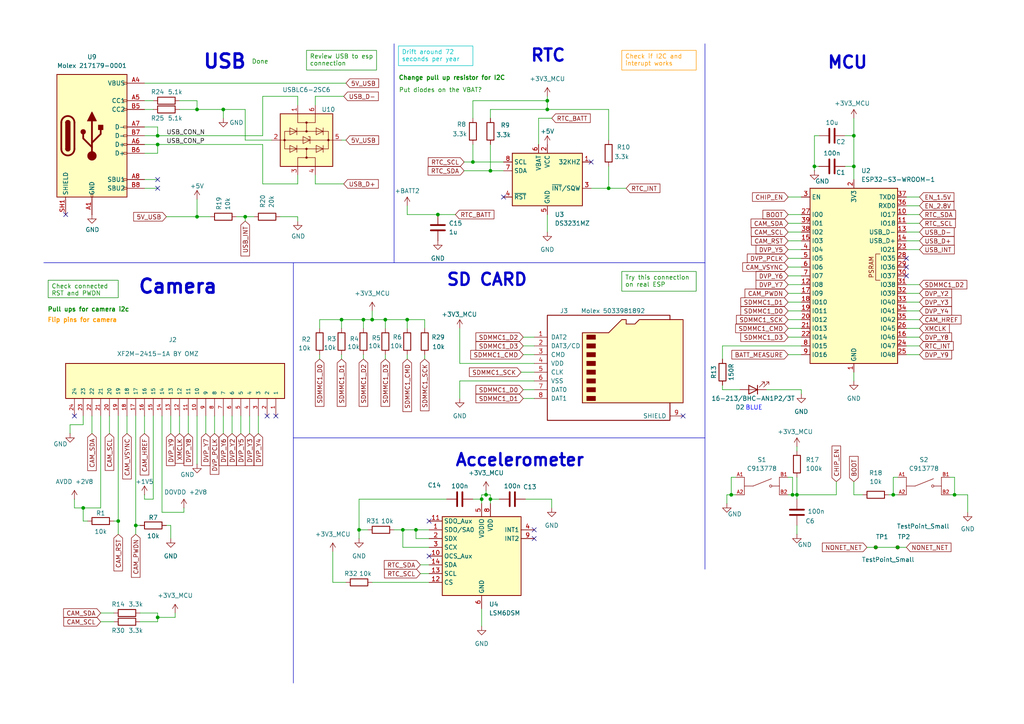
<source format=kicad_sch>
(kicad_sch (version 20250114) (generator "eeschema") (generator_version "9.0")
  (paper "A4")
  (text "BLUE" (at 218.694 118.364 0) (effects (font (size 1.27 1.27))))
  (text "Accelerometer" (at 131.826 135.636 0) (effects (font (size 3.5 3.5) (thickness 0.7) (bold yes)) (justify left bottom)))
  (text "Done\n" (at 75.438 18.034 0) (effects (font (size 1.27 1.27))))
  (text "Change pull up resistor for I2C\n" (at 131.064 22.733 0) (effects (font (size 1.27 1.27) (thickness 0.254) (bold yes))))
  (text "Pull ups for camera i2c" (at 25.654 89.916 0) (effects (font (size 1.27 1.27) (thickness 0.254) (bold yes))))
  (text "SD CARD" (at 129.286 83.312 0) (effects (font (size 3.5 3.5) (thickness 0.7) (bold yes)) (justify left bottom)))
  (text "MCU" (at 239.776 20.32 0) (effects (font (size 3.5 3.5) (thickness 0.7) (bold yes)) (justify left bottom)))
  (text "Flip pins for camera\n" (at 23.876 92.964 0) (effects (font (size 1.27 1.27) (thickness 0.254) (bold yes))))
  (text "USB\n" (at 58.674 20.32 0) (effects (font (size 3.9878 3.9878) (thickness 0.7976) (bold yes)) (justify left bottom)))
  (text "Camera" (at 39.878 85.598 0) (effects (font (size 3.9878 3.9878) (thickness 0.7976) (bold yes)) (justify left bottom)))
  (text "RTC" (at 153.67 18.288 0) (effects (font (size 3.5 3.5) (thickness 0.7) (bold yes)) (justify left bottom)))
  (text "Put diodes on the VBAT?\n" (at 127.762 26.289 0) (effects (font (size 1.27 1.27))))
  (text_box "Drift around 72 seconds per year" (at 115.57 13.335 0) (size 21.59 5.715) (margins 0.9525 0.9525 0.9525 0.9525) (stroke (width 0) (color 0 194 194 1)) (effects (font (size 1.27 1.27)) (justify left top)))
  (text_box "Try this connection on real ESP" (at 180.34 78.74 0) (size 21.59 5.715) (margins 0.9525 0.9525 0.9525 0.9525) (stroke (width 0) (color 0 132 0 1)) (effects (font (size 1.27 1.27)) (justify left top)))
  (text_box "Check if I2C and interupt works" (at 180.34 14.605 0) (size 21.59 5.715) (margins 0.9525 0.9525 0.9525 0.9525) (stroke (width 0) (color 255 153 0 1)) (effects (font (size 1.27 1.27)) (justify left top)))
  (text_box "Check connected RST and PWDN" (at 13.97 81.28 0) (size 20.32 5.08) (margins 0.9525 0.9525 0.9525 0.9525) (stroke (width 0) (color 0 132 0 1)) (effects (font (size 1.27 1.27)) (justify left top)))
  (text_box "Review USB to esp connection" (at 88.9 14.605 0) (size 20.32 5.715) (margins 0.9525 0.9525 0.9525 0.9525) (stroke (width 0) (color 0 132 0 1)) (effects (font (size 1.27 1.27)) (justify left top)))
  (junction (at 259.08 143.51))
  (junction (at 142.24 49.53))
  (junction (at 231.14 143.51))
  (junction (at 276.86 143.51))
  (junction (at 247.65 39.37))
  (junction (at 45.72 39.37))
  (junction (at 118.11 92.71))
  (junction (at 142.24 144.78))
  (junction (at 45.72 179.07))
  (junction (at 158.75 31.75))
  (junction (at 64.77 31.75))
  (junction (at 105.41 92.71))
  (junction (at 229.87 143.51))
  (junction (at 120.65 153.67))
  (junction (at 139.7 144.78))
  (junction (at 71.12 62.865))
  (junction (at 45.72 41.91))
  (junction (at 107.95 92.71))
  (junction (at 57.15 62.865))
  (junction (at 127 62.23))
  (junction (at 254 158.75))
  (junction (at 236.22 48.26))
  (junction (at 104.14 153.67))
  (junction (at 57.15 31.75))
  (junction (at 176.53 54.61))
  (junction (at 260.35 158.75))
  (junction (at 137.16 46.99))
  (junction (at 140.97 143.51))
  (junction (at 24.13 147.32))
  (junction (at 158.75 29.21))
  (junction (at 111.76 92.71))
  (junction (at 116.84 153.67))
  (junction (at 247.65 48.26))
  (junction (at 212.09 143.51))
  (junction (at 99.06 92.71))
  (junction (at 34.29 151.13))
  (junction (at 39.37 152.4))
  (no_connect (at 198.12 120.65))
  (no_connect (at 262.89 74.93))
  (no_connect (at 45.72 52.07))
  (no_connect (at 262.89 80.01))
  (no_connect (at 262.89 77.47))
  (no_connect (at 80.01 120.65))
  (no_connect (at 171.45 46.99))
  (no_connect (at 154.94 156.21))
  (no_connect (at 154.94 153.67))
  (no_connect (at 146.05 57.15))
  (no_connect (at 77.47 120.65))
  (no_connect (at 124.46 151.13))
  (no_connect (at 21.59 120.65))
  (no_connect (at 19.05 62.23))
  (no_connect (at 45.72 54.61))
  (no_connect (at 124.46 161.29))
  (wire (pts (xy 154.94 110.49) (xy 133.35 110.49)))
  (wire (pts (xy 33.02 151.13) (xy 34.29 151.13)))
  (wire (pts (xy 151.765 113.03) (xy 154.94 113.03)))
  (wire (pts (xy 247.65 52.07) (xy 247.65 48.26)))
  (wire (pts (xy 151.765 97.79) (xy 154.94 97.79)))
  (wire (pts (xy 41.91 24.13) (xy 100.33 24.13)))
  (wire (pts (xy 176.53 31.75) (xy 158.75 31.75)))
  (wire (pts (xy 156.21 34.29) (xy 160.02 34.29)))
  (wire (pts (xy 228.6 80.01) (xy 232.41 80.01)))
  (wire (pts (xy 142.24 49.53) (xy 146.05 49.53)))
  (wire (pts (xy 124.46 156.21) (xy 120.65 156.21)))
  (wire (pts (xy 142.24 34.29) (xy 142.24 31.75)))
  (wire (pts (xy 118.11 92.71) (xy 118.11 95.25)))
  (wire (pts (xy 118.11 102.87) (xy 118.11 104.14)))
  (wire (pts (xy 236.22 48.26) (xy 236.22 39.37)))
  (wire (pts (xy 247.65 39.37) (xy 245.11 39.37)))
  (wire (pts (xy 142.24 144.78) (xy 142.24 143.51)))
  (wire (pts (xy 59.69 120.65) (xy 59.69 125.73)))
  (wire (pts (xy 86.36 62.865) (xy 86.36 64.135)))
  (wire (pts (xy 228.6 69.85) (xy 232.41 69.85)))
  (wire (pts (xy 212.09 138.43) (xy 213.36 138.43)))
  (wire (pts (xy 46.99 120.65) (xy 46.99 148.59)))
  (wire (pts (xy 139.7 146.05) (xy 139.7 144.78)))
  (wire (pts (xy 176.53 54.61) (xy 176.53 48.26)))
  (wire (pts (xy 262.89 97.79) (xy 266.7 97.79)))
  (wire (pts (xy 137.16 41.91) (xy 137.16 46.99)))
  (wire (pts (xy 262.89 69.85) (xy 266.7 69.85)))
  (wire (pts (xy 76.2 53.34) (xy 86.36 53.34)))
  (wire (pts (xy 236.22 39.37) (xy 237.49 39.37)))
  (wire (pts (xy 231.14 143.51) (xy 231.14 144.78)))
  (wire (pts (xy 232.41 113.03) (xy 232.41 114.3)))
  (wire (pts (xy 71.12 62.865) (xy 71.12 64.135)))
  (wire (pts (xy 262.89 92.71) (xy 266.7 92.71)))
  (wire (pts (xy 242.57 143.51) (xy 231.14 143.51)))
  (wire (pts (xy 104.14 144.78) (xy 104.14 153.67)))
  (wire (pts (xy 210.82 143.51) (xy 212.09 143.51)))
  (polyline (pts (xy 85.09 76.2) (xy 85.09 198.12)))
  (wire (pts (xy 142.24 41.91) (xy 142.24 49.53)))
  (wire (pts (xy 91.44 30.48) (xy 91.44 27.94)))
  (wire (pts (xy 21.59 147.32) (xy 24.13 147.32)))
  (wire (pts (xy 158.75 29.21) (xy 158.75 31.75)))
  (wire (pts (xy 57.15 31.75) (xy 64.77 31.75)))
  (wire (pts (xy 64.77 31.75) (xy 64.77 34.29)))
  (wire (pts (xy 20.32 123.19) (xy 20.32 125.73)))
  (wire (pts (xy 228.6 90.17) (xy 232.41 90.17)))
  (wire (pts (xy 134.62 46.99) (xy 137.16 46.99)))
  (wire (pts (xy 44.45 120.65) (xy 44.45 144.78)))
  (wire (pts (xy 151.765 102.87) (xy 154.94 102.87)))
  (wire (pts (xy 105.41 92.71) (xy 105.41 95.25)))
  (wire (pts (xy 48.26 152.4) (xy 49.53 152.4)))
  (wire (pts (xy 280.67 143.51) (xy 280.67 148.59)))
  (wire (pts (xy 124.46 158.75) (xy 116.84 158.75)))
  (wire (pts (xy 222.25 113.03) (xy 232.41 113.03)))
  (wire (pts (xy 54.61 120.65) (xy 54.61 125.73)))
  (wire (pts (xy 231.14 138.43) (xy 231.14 143.51)))
  (wire (pts (xy 276.86 143.51) (xy 275.59 143.51)))
  (wire (pts (xy 275.59 138.43) (xy 276.86 138.43)))
  (wire (pts (xy 121.92 166.37) (xy 124.46 166.37)))
  (wire (pts (xy 137.16 46.99) (xy 146.05 46.99)))
  (wire (pts (xy 57.15 120.65) (xy 57.15 134.62)))
  (wire (pts (xy 236.22 48.26) (xy 237.49 48.26)))
  (wire (pts (xy 245.11 48.26) (xy 247.65 48.26)))
  (wire (pts (xy 228.6 62.23) (xy 232.41 62.23)))
  (wire (pts (xy 86.36 30.48) (xy 86.36 27.94)))
  (wire (pts (xy 260.35 158.75) (xy 262.89 158.75)))
  (wire (pts (xy 116.84 153.67) (xy 114.3 153.67)))
  (wire (pts (xy 45.72 179.07) (xy 45.72 180.34)))
  (wire (pts (xy 231.14 152.4) (xy 231.14 154.94)))
  (polyline (pts (xy 114.3 12.7) (xy 114.3 76.2)))
  (wire (pts (xy 247.65 34.29) (xy 247.65 39.37)))
  (wire (pts (xy 142.24 143.51) (xy 140.97 143.51)))
  (wire (pts (xy 45.72 39.37) (xy 76.2 39.37)))
  (wire (pts (xy 229.87 138.43) (xy 229.87 143.51)))
  (wire (pts (xy 24.13 120.65) (xy 24.13 123.19)))
  (wire (pts (xy 111.76 92.71) (xy 111.76 95.25)))
  (wire (pts (xy 99.06 92.71) (xy 92.71 92.71)))
  (wire (pts (xy 21.59 147.32) (xy 21.59 144.78)))
  (wire (pts (xy 52.07 31.75) (xy 57.15 31.75)))
  (wire (pts (xy 123.19 95.25) (xy 123.19 92.71)))
  (wire (pts (xy 57.15 29.21) (xy 57.15 31.75)))
  (wire (pts (xy 228.6 143.51) (xy 229.87 143.51)))
  (wire (pts (xy 262.89 72.39) (xy 266.7 72.39)))
  (wire (pts (xy 231.14 129.54) (xy 231.14 130.81)))
  (wire (pts (xy 247.65 48.26) (xy 247.65 39.37)))
  (wire (pts (xy 20.32 123.19) (xy 24.13 123.19)))
  (wire (pts (xy 124.46 153.67) (xy 120.65 153.67)))
  (wire (pts (xy 41.91 29.21) (xy 44.45 29.21)))
  (wire (pts (xy 242.57 139.7) (xy 242.57 143.51)))
  (wire (pts (xy 137.16 29.21) (xy 158.75 29.21)))
  (wire (pts (xy 64.77 31.75) (xy 71.12 31.75)))
  (wire (pts (xy 158.75 62.23) (xy 158.75 67.31)))
  (wire (pts (xy 45.72 36.83) (xy 45.72 39.37)))
  (wire (pts (xy 228.6 77.47) (xy 232.41 77.47)))
  (wire (pts (xy 99.06 92.71) (xy 99.06 95.25)))
  (polyline (pts (xy 12.7 76.2) (xy 114.3 76.2)))
  (wire (pts (xy 209.55 111.76) (xy 209.55 113.03)))
  (wire (pts (xy 140.97 143.51) (xy 140.97 142.24)))
  (wire (pts (xy 92.71 92.71) (xy 92.71 95.25)))
  (wire (pts (xy 68.58 62.865) (xy 71.12 62.865)))
  (wire (pts (xy 74.93 120.65) (xy 74.93 125.73)))
  (wire (pts (xy 33.02 180.34) (xy 29.21 180.34)))
  (wire (pts (xy 67.31 120.65) (xy 67.31 125.73)))
  (wire (pts (xy 48.26 62.865) (xy 57.15 62.865)))
  (wire (pts (xy 24.13 151.13) (xy 25.4 151.13)))
  (wire (pts (xy 91.44 53.34) (xy 99.695 53.34)))
  (wire (pts (xy 251.46 158.75) (xy 254 158.75)))
  (wire (pts (xy 64.77 120.65) (xy 64.77 125.73)))
  (wire (pts (xy 137.16 34.29) (xy 137.16 29.21)))
  (wire (pts (xy 129.54 144.78) (xy 104.14 144.78)))
  (wire (pts (xy 99.06 40.64) (xy 100.33 40.64)))
  (wire (pts (xy 41.91 144.78) (xy 41.91 143.51)))
  (wire (pts (xy 57.15 62.865) (xy 60.96 62.865)))
  (wire (pts (xy 209.55 100.33) (xy 232.41 100.33)))
  (wire (pts (xy 34.29 120.65) (xy 34.29 151.13)))
  (wire (pts (xy 142.24 31.75) (xy 158.75 31.75)))
  (wire (pts (xy 142.24 144.78) (xy 144.78 144.78)))
  (wire (pts (xy 86.36 53.34) (xy 86.36 50.8)))
  (wire (pts (xy 91.44 50.8) (xy 91.44 53.34)))
  (wire (pts (xy 176.53 54.61) (xy 181.61 54.61)))
  (polyline (pts (xy 114.3 76.2) (xy 204.47 76.2)))
  (wire (pts (xy 71.12 40.64) (xy 71.12 31.75)))
  (wire (pts (xy 176.53 40.64) (xy 176.53 31.75)))
  (wire (pts (xy 76.2 27.94) (xy 76.2 39.37)))
  (wire (pts (xy 262.89 95.25) (xy 266.7 95.25)))
  (wire (pts (xy 260.35 138.43) (xy 259.08 138.43)))
  (wire (pts (xy 49.53 120.65) (xy 49.53 125.73)))
  (wire (pts (xy 120.65 156.21) (xy 120.65 153.67)))
  (polyline (pts (xy 85.09 127) (xy 204.47 127)))
  (wire (pts (xy 228.6 97.79) (xy 232.41 97.79)))
  (wire (pts (xy 116.84 158.75) (xy 116.84 153.67)))
  (wire (pts (xy 52.07 29.21) (xy 57.15 29.21)))
  (wire (pts (xy 39.37 152.4) (xy 39.37 154.94)))
  (wire (pts (xy 228.6 64.77) (xy 232.41 64.77)))
  (wire (pts (xy 137.16 144.78) (xy 139.7 144.78)))
  (wire (pts (xy 45.72 41.91) (xy 76.2 41.91)))
  (wire (pts (xy 104.14 153.67) (xy 104.14 156.21)))
  (wire (pts (xy 62.23 120.65) (xy 62.23 125.73)))
  (wire (pts (xy 96.52 160.02) (xy 96.52 168.91)))
  (wire (pts (xy 41.91 120.65) (xy 41.91 125.73)))
  (wire (pts (xy 228.6 102.87) (xy 232.41 102.87)))
  (wire (pts (xy 91.44 27.94) (xy 99.695 27.94)))
  (wire (pts (xy 76.2 41.91) (xy 76.2 53.34)))
  (wire (pts (xy 262.89 87.63) (xy 266.7 87.63)))
  (wire (pts (xy 276.86 138.43) (xy 276.86 143.51)))
  (wire (pts (xy 160.02 144.78) (xy 160.02 147.32)))
  (wire (pts (xy 40.64 177.8) (xy 45.72 177.8)))
  (wire (pts (xy 124.46 168.91) (xy 107.95 168.91)))
  (wire (pts (xy 49.53 152.4) (xy 49.53 156.21)))
  (wire (pts (xy 139.7 144.78) (xy 139.7 143.51)))
  (wire (pts (xy 158.75 27.94) (xy 158.75 29.21)))
  (wire (pts (xy 171.45 54.61) (xy 176.53 54.61)))
  (wire (pts (xy 259.08 138.43) (xy 259.08 143.51)))
  (wire (pts (xy 142.24 146.05) (xy 142.24 144.78)))
  (wire (pts (xy 36.83 120.65) (xy 36.83 125.73)))
  (wire (pts (xy 46.99 148.59) (xy 53.34 148.59)))
  (wire (pts (xy 111.76 102.87) (xy 111.76 104.14)))
  (polyline (pts (xy 204.47 12.7) (xy 204.47 165.1)))
  (wire (pts (xy 229.87 138.43) (xy 228.6 138.43)))
  (wire (pts (xy 107.95 90.17) (xy 107.95 92.71)))
  (wire (pts (xy 133.35 95.25) (xy 133.35 105.41)))
  (wire (pts (xy 81.28 62.865) (xy 86.36 62.865)))
  (wire (pts (xy 262.89 67.31) (xy 266.7 67.31)))
  (wire (pts (xy 105.41 92.71) (xy 107.95 92.71)))
  (wire (pts (xy 212.09 143.51) (xy 213.36 143.51)))
  (wire (pts (xy 41.91 44.45) (xy 45.72 44.45)))
  (wire (pts (xy 24.13 147.32) (xy 29.21 147.32)))
  (wire (pts (xy 262.89 62.23) (xy 266.7 62.23)))
  (wire (pts (xy 71.12 62.865) (xy 73.66 62.865)))
  (wire (pts (xy 52.07 120.65) (xy 52.07 125.73)))
  (wire (pts (xy 228.6 85.09) (xy 232.41 85.09)))
  (wire (pts (xy 78.74 40.64) (xy 71.12 40.64)))
  (wire (pts (xy 228.6 72.39) (xy 232.41 72.39)))
  (wire (pts (xy 50.8 179.07) (xy 50.8 177.8)))
  (wire (pts (xy 41.91 39.37) (xy 45.72 39.37)))
  (wire (pts (xy 45.72 179.07) (xy 45.72 177.8)))
  (wire (pts (xy 236.22 49.53) (xy 236.22 48.26)))
  (wire (pts (xy 29.21 120.65) (xy 29.21 147.32)))
  (wire (pts (xy 209.55 104.14) (xy 209.55 100.33)))
  (wire (pts (xy 111.76 92.71) (xy 118.11 92.71)))
  (wire (pts (xy 133.35 110.49) (xy 133.35 115.57)))
  (wire (pts (xy 127 62.23) (xy 132.08 62.23)))
  (wire (pts (xy 228.6 74.93) (xy 232.41 74.93)))
  (wire (pts (xy 45.72 36.83) (xy 41.91 36.83)))
  (wire (pts (xy 34.29 151.13) (xy 34.29 154.94)))
  (wire (pts (xy 152.4 144.78) (xy 160.02 144.78)))
  (wire (pts (xy 99.06 92.71) (xy 105.41 92.71)))
  (wire (pts (xy 33.02 177.8) (xy 29.21 177.8)))
  (wire (pts (xy 228.6 92.71) (xy 232.41 92.71)))
  (wire (pts (xy 262.89 57.15) (xy 266.7 57.15)))
  (wire (pts (xy 100.33 168.91) (xy 96.52 168.91)))
  (wire (pts (xy 156.21 34.29) (xy 156.21 41.91)))
  (wire (pts (xy 41.91 41.91) (xy 45.72 41.91)))
  (wire (pts (xy 120.65 153.67) (xy 116.84 153.67)))
  (wire (pts (xy 262.89 59.69) (xy 266.7 59.69)))
  (wire (pts (xy 57.15 57.785) (xy 57.15 62.865)))
  (wire (pts (xy 133.35 105.41) (xy 154.94 105.41)))
  (wire (pts (xy 41.91 52.07) (xy 45.72 52.07)))
  (wire (pts (xy 259.08 143.51) (xy 260.35 143.51)))
  (wire (pts (xy 45.72 180.34) (xy 40.64 180.34)))
  (wire (pts (xy 151.13 107.95) (xy 154.94 107.95)))
  (wire (pts (xy 262.89 90.17) (xy 266.7 90.17)))
  (wire (pts (xy 210.82 143.51) (xy 210.82 146.05)))
  (wire (pts (xy 229.87 143.51) (xy 231.14 143.51)))
  (wire (pts (xy 262.89 102.87) (xy 266.7 102.87)))
  (wire (pts (xy 107.95 92.71) (xy 111.76 92.71)))
  (wire (pts (xy 262.89 100.33) (xy 266.7 100.33)))
  (wire (pts (xy 151.765 115.57) (xy 154.94 115.57)))
  (wire (pts (xy 69.85 120.65) (xy 69.85 125.73)))
  (wire (pts (xy 39.37 120.65) (xy 39.37 152.4)))
  (wire (pts (xy 212.09 138.43) (xy 212.09 143.51)))
  (wire (pts (xy 99.06 102.87) (xy 99.06 104.14)))
  (wire (pts (xy 121.92 163.83) (xy 124.46 163.83)))
  (wire (pts (xy 134.62 49.53) (xy 142.24 49.53)))
  (wire (pts (xy 118.11 59.69) (xy 118.11 62.23)))
  (wire (pts (xy 151.765 100.33) (xy 154.94 100.33)))
  (wire (pts (xy 228.6 67.31) (xy 232.41 67.31)))
  (wire (pts (xy 86.36 27.94) (xy 76.2 27.94)))
  (wire (pts (xy 118.11 92.71) (xy 123.19 92.71)))
  (wire (pts (xy 45.72 41.91) (xy 45.72 44.45)))
  (wire (pts (xy 247.65 139.7) (xy 247.65 143.51)))
  (wire (pts (xy 262.89 82.55) (xy 266.7 82.55)))
  (wire (pts (xy 41.91 31.75) (xy 44.45 31.75)))
  (wire (pts (xy 118.11 62.23) (xy 127 62.23)))
  (wire (pts (xy 262.89 64.77) (xy 266.7 64.77)))
  (wire (pts (xy 26.67 120.65) (xy 26.67 125.73)))
  (wire (pts (xy 247.65 107.95) (xy 247.65 110.49)))
  (wire (pts (xy 41.91 54.61) (xy 45.72 54.61)))
  (wire (pts (xy 72.39 120.65) (xy 72.39 125.73)))
  (wire (pts (xy 209.55 113.03) (xy 214.63 113.03)))
  (wire (pts (xy 53.34 148.59) (xy 53.34 147.32)))
  (wire (pts (xy 123.19 102.87) (xy 123.19 104.14)))
  (wire (pts (xy 254 158.75) (xy 260.35 158.75)))
  (wire (pts (xy 228.6 95.25) (xy 232.41 95.25)))
  (wire (pts (xy 105.41 102.87) (xy 105.41 104.14)))
  (wire (pts (xy 24.13 147.32) (xy 24.13 151.13)))
  (wire (pts (xy 139.7 176.53) (xy 139.7 181.61)))
  (wire (pts (xy 50.8 179.07) (xy 45.72 179.07)))
  (wire (pts (xy 39.37 152.4) (xy 40.64 152.4)))
  (wire (pts (xy 257.81 143.51) (xy 259.08 143.51)))
  (wire (pts (xy 280.67 143.51) (xy 276.86 143.51)))
  (wire (pts (xy 106.68 153.67) (xy 104.14 153.67)))
  (wire (pts (xy 262.89 85.09) (xy 266.7 85.09)))
  (wire (pts (xy 228.6 82.55) (xy 232.41 82.55)))
  (wire (pts (xy 92.71 102.87) (xy 92.71 104.14)))
  (wire (pts (xy 247.65 143.51) (xy 250.19 143.51)))
  (wire (pts (xy 31.75 120.65) (xy 31.75 125.73)))
  (wire (pts (xy 228.6 87.63) (xy 232.41 87.63)))
  (wire (pts (xy 139.7 143.51) (xy 140.97 143.51)))
  (wire (pts (xy 228.6 57.15) (xy 232.41 57.15)))
  (wire (pts (xy 44.45 144.78) (xy 41.91 144.78)))
  (label "USB_CON_N" (at 48.26 39.37 0))
  (label "USB_CON_P" (at 48.26 41.91 0))
  (global_label "CAM_SDA" (shape input) (at 26.67 125.73 270) (property "Intersheetrefs" "${INTERSHEET_REFS}" (effects (hide yes))))
  (global_label "DVP_Y4" (shape input) (at 266.7 90.17 0) (property "Intersheetrefs" "${INTERSHEET_REFS}" (effects (hide yes))))
  (global_label "SDMMC1_D2" (shape input) (at 105.41 104.14 270) (property "Intersheetrefs" "${INTERSHEET_REFS}" (effects (hide yes))))
  (global_label "SDMMC1_D3" (shape input) (at 151.765 100.33 180) (property "Intersheetrefs" "${INTERSHEET_REFS}" (effects (hide yes))))
  (global_label "RTC_SCL" (shape input) (at 134.62 46.99 180) (property "Intersheetrefs" "${INTERSHEET_REFS}" (effects (hide yes))))
  (global_label "SDMMC1_CMD" (shape input) (at 228.6 95.25 180) (property "Intersheetrefs" "${INTERSHEET_REFS}" (effects (hide yes))))
  (global_label "DVP_Y9" (shape input) (at 266.7 102.87 0) (property "Intersheetrefs" "${INTERSHEET_REFS}" (effects (hide yes))))
  (global_label "CAM_HREF" (shape input) (at 266.7 92.71 0) (property "Intersheetrefs" "${INTERSHEET_REFS}" (effects (hide yes))))
  (global_label "CHIP_EN" (shape input) (at 242.57 139.7 90) (property "Intersheetrefs" "${INTERSHEET_REFS}" (effects (hide yes))))
  (global_label "CAM_RST" (shape input) (at 34.29 154.94 270) (property "Intersheetrefs" "${INTERSHEET_REFS}" (effects (hide yes))))
  (global_label "BOOT" (shape input) (at 228.6 62.23 180) (property "Intersheetrefs" "${INTERSHEET_REFS}" (effects (hide yes))))
  (global_label "RTC_INT" (shape input) (at 181.61 54.61 0) (property "Intersheetrefs" "${INTERSHEET_REFS}" (effects (hide yes))))
  (global_label "DVP_Y3" (shape input) (at 72.39 125.73 270) (property "Intersheetrefs" "${INTERSHEET_REFS}" (effects (hide yes))))
  (global_label "RTC_SDA" (shape input) (at 134.62 49.53 180) (property "Intersheetrefs" "${INTERSHEET_REFS}" (effects (hide yes))))
  (global_label "RTC_BATT" (shape input) (at 160.02 34.29 0) (property "Intersheetrefs" "${INTERSHEET_REFS}" (effects (hide yes))))
  (global_label "SDMMC1_D1" (shape input) (at 151.765 115.57 180) (property "Intersheetrefs" "${INTERSHEET_REFS}" (effects (hide yes))))
  (global_label "RTC_SDA" (shape input) (at 121.92 163.83 180) (property "Intersheetrefs" "${INTERSHEET_REFS}" (effects (hide yes))))
  (global_label "USB_D+" (shape input) (at 266.7 69.85 0) (property "Intersheetrefs" "${INTERSHEET_REFS}" (effects (hide yes))))
  (global_label "CAM_SCL" (shape input) (at 228.6 67.31 180) (property "Intersheetrefs" "${INTERSHEET_REFS}" (effects (hide yes))))
  (global_label "CAM_VSYNC" (shape input) (at 228.6 77.47 180) (property "Intersheetrefs" "${INTERSHEET_REFS}" (effects (hide yes))))
  (global_label "CAM_SDA" (shape input) (at 29.21 177.8 180) (property "Intersheetrefs" "${INTERSHEET_REFS}" (effects (hide yes))))
  (global_label "SDMMC1_D1" (shape input) (at 99.06 104.14 270) (property "Intersheetrefs" "${INTERSHEET_REFS}" (effects (hide yes))))
  (global_label "CHIP_EN" (shape input) (at 228.6 57.15 180) (property "Intersheetrefs" "${INTERSHEET_REFS}" (effects (hide yes))))
  (global_label "CAM_VSYNC" (shape input) (at 36.83 125.73 270) (property "Intersheetrefs" "${INTERSHEET_REFS}" (effects (hide yes))))
  (global_label "BATT_MEASURE" (shape input) (at 228.6 102.87 180) (property "Intersheetrefs" "${INTERSHEET_REFS}" (effects (hide yes))))
  (global_label "EN_2.8V" (shape input) (at 266.7 59.69 0) (property "Intersheetrefs" "${INTERSHEET_REFS}" (effects (hide yes))))
  (global_label "DVP_Y3" (shape input) (at 266.7 87.63 0) (property "Intersheetrefs" "${INTERSHEET_REFS}" (effects (hide yes))))
  (global_label "XMCLK" (shape input) (at 52.07 125.73 270) (property "Intersheetrefs" "${INTERSHEET_REFS}" (effects (hide yes))))
  (global_label "BOOT" (shape input) (at 247.65 139.7 90) (property "Intersheetrefs" "${INTERSHEET_REFS}" (effects (hide yes))))
  (global_label "USB_INT" (shape input) (at 71.12 64.135 270) (property "Intersheetrefs" "${INTERSHEET_REFS}" (effects (hide yes))))
  (global_label "EN_1.5V" (shape input) (at 266.7 57.15 0) (property "Intersheetrefs" "${INTERSHEET_REFS}" (effects (hide yes))))
  (global_label "XMCLK" (shape input) (at 266.7 95.25 0) (property "Intersheetrefs" "${INTERSHEET_REFS}" (effects (hide yes))))
  (global_label "RTC_INT" (shape input) (at 266.7 100.33 0) (property "Intersheetrefs" "${INTERSHEET_REFS}" (effects (hide yes))))
  (global_label "DVP_Y7" (shape input) (at 228.6 82.55 180) (property "Intersheetrefs" "${INTERSHEET_REFS}" (effects (hide yes))))
  (global_label "USB_D-" (shape input) (at 99.695 27.94 0) (property "Intersheetrefs" "${INTERSHEET_REFS}" (effects (hide yes))))
  (global_label "DVP_Y2" (shape input) (at 67.31 125.73 270) (property "Intersheetrefs" "${INTERSHEET_REFS}" (effects (hide yes))))
  (global_label "DVP_Y5" (shape input) (at 228.6 72.39 180) (property "Intersheetrefs" "${INTERSHEET_REFS}" (effects (hide yes))))
  (global_label "SDMMC1_D3" (shape input) (at 111.76 104.14 270) (property "Intersheetrefs" "${INTERSHEET_REFS}" (effects (hide yes))))
  (global_label "DVP_Y5" (shape input) (at 69.85 125.73 270) (property "Intersheetrefs" "${INTERSHEET_REFS}" (effects (hide yes))))
  (global_label "SDMMC1_D0" (shape input) (at 92.71 104.14 270) (property "Intersheetrefs" "${INTERSHEET_REFS}" (effects (hide yes))))
  (global_label "SDMMC1_CMD" (shape input) (at 118.11 104.14 270) (property "Intersheetrefs" "${INTERSHEET_REFS}" (effects (hide yes))))
  (global_label "CAM_HREF" (shape input) (at 41.91 125.73 270) (property "Intersheetrefs" "${INTERSHEET_REFS}" (effects (hide yes))))
  (global_label "DVP_Y6" (shape input) (at 228.6 80.01 180) (property "Intersheetrefs" "${INTERSHEET_REFS}" (effects (hide yes))))
  (global_label "SDMMC1_CMD" (shape input) (at 151.765 102.87 180) (property "Intersheetrefs" "${INTERSHEET_REFS}" (effects (hide yes))))
  (global_label "SDMMC1_D1" (shape input) (at 228.6 87.63 180) (property "Intersheetrefs" "${INTERSHEET_REFS}" (effects (hide yes))))
  (global_label "CAM_SCL" (shape input) (at 29.21 180.34 180) (property "Intersheetrefs" "${INTERSHEET_REFS}" (effects (hide yes))))
  (global_label "NONET_NET" (shape input) (at 262.89 158.75 0) (property "Intersheetrefs" "${INTERSHEET_REFS}" (effects (hide yes))))
  (global_label "USB_D+" (shape input) (at 99.695 53.34 0) (property "Intersheetrefs" "${INTERSHEET_REFS}" (effects (hide yes))))
  (global_label "DVP_Y6" (shape input) (at 64.77 125.73 270) (property "Intersheetrefs" "${INTERSHEET_REFS}" (effects (hide yes))))
  (global_label "SDMMC1_D3" (shape input) (at 228.6 97.79 180) (property "Intersheetrefs" "${INTERSHEET_REFS}" (effects (hide yes))))
  (global_label "CAM_PWDN" (shape input) (at 228.6 85.09 180) (property "Intersheetrefs" "${INTERSHEET_REFS}" (effects (hide yes))))
  (global_label "DVP_PCLK" (shape input) (at 228.6 74.93 180) (property "Intersheetrefs" "${INTERSHEET_REFS}" (effects (hide yes))))
  (global_label "DVP_Y8" (shape input) (at 54.61 125.73 270) (property "Intersheetrefs" "${INTERSHEET_REFS}" (effects (hide yes))))
  (global_label "USB_INT" (shape input) (at 266.7 72.39 0) (property "Intersheetrefs" "${INTERSHEET_REFS}" (effects (hide yes))))
  (global_label "5V_USB" (shape input) (at 100.33 24.13 0) (property "Intersheetrefs" "${INTERSHEET_REFS}" (effects (hide yes))))
  (global_label "SDMMC1_D2" (shape input) (at 151.765 97.79 180) (property "Intersheetrefs" "${INTERSHEET_REFS}" (effects (hide yes))))
  (global_label "SDMMC1_SCK" (shape input) (at 151.13 107.95 180) (property "Intersheetrefs" "${INTERSHEET_REFS}" (effects (hide yes))))
  (global_label "NONET_NET" (shape input) (at 251.46 158.75 180) (property "Intersheetrefs" "${INTERSHEET_REFS}" (effects (hide yes))))
  (global_label "SDMMC1_SCK" (shape input) (at 228.6 92.71 180) (property "Intersheetrefs" "${INTERSHEET_REFS}" (effects (hide yes))))
  (global_label "RTC_SDA" (shape input) (at 266.7 62.23 0) (property "Intersheetrefs" "${INTERSHEET_REFS}" (effects (hide yes))))
  (global_label "SDMMC1_D2" (shape input) (at 266.7 82.55 0) (property "Intersheetrefs" "${INTERSHEET_REFS}" (effects (hide yes))))
  (global_label "RTC_SCL" (shape input) (at 121.92 166.37 180) (property "Intersheetrefs" "${INTERSHEET_REFS}" (effects (hide yes))))
  (global_label "5V_USB" (shape input) (at 48.26 62.865 180) (property "Intersheetrefs" "${INTERSHEET_REFS}" (effects (hide yes))))
  (global_label "CAM_RST" (shape input) (at 228.6 69.85 180) (property "Intersheetrefs" "${INTERSHEET_REFS}" (effects (hide yes))))
  (global_label "DVP_Y9" (shape input) (at 49.53 125.73 270) (property "Intersheetrefs" "${INTERSHEET_REFS}" (effects (hide yes))))
  (global_label "5V_USB" (shape input) (at 100.33 40.64 0) (property "Intersheetrefs" "${INTERSHEET_REFS}" (effects (hide yes))))
  (global_label "USB_D-" (shape input) (at 266.7 67.31 0) (property "Intersheetrefs" "${INTERSHEET_REFS}" (effects (hide yes))))
  (global_label "SDMMC1_D0" (shape input) (at 151.765 113.03 180) (property "Intersheetrefs" "${INTERSHEET_REFS}" (effects (hide yes))))
  (global_label "DVP_PCLK" (shape input) (at 62.23 125.73 270) (property "Intersheetrefs" "${INTERSHEET_REFS}" (effects (hide yes))))
  (global_label "DVP_Y4" (shape input) (at 74.93 125.73 270) (property "Intersheetrefs" "${INTERSHEET_REFS}" (effects (hide yes))))
  (global_label "DVP_Y7" (shape input) (at 59.69 125.73 270) (property "Intersheetrefs" "${INTERSHEET_REFS}" (effects (hide yes))))
  (global_label "SDMMC1_D0" (shape input) (at 228.6 90.17 180) (property "Intersheetrefs" "${INTERSHEET_REFS}" (effects (hide yes))))
  (global_label "SDMMC1_SCK" (shape input) (at 123.19 104.14 270) (property "Intersheetrefs" "${INTERSHEET_REFS}" (effects (hide yes))))
  (global_label "RTC_BATT" (shape input) (at 132.08 62.23 0) (property "Intersheetrefs" "${INTERSHEET_REFS}" (effects (hide yes))))
  (global_label "DVP_Y2" (shape input) (at 266.7 85.09 0) (property "Intersheetrefs" "${INTERSHEET_REFS}" (effects (hide yes))))
  (global_label "CAM_SCL" (shape input) (at 31.75 125.73 270) (property "Intersheetrefs" "${INTERSHEET_REFS}" (effects (hide yes))))
  (global_label "CAM_PWDN" (shape input) (at 39.37 154.94 270) (property "Intersheetrefs" "${INTERSHEET_REFS}" (effects (hide yes))))
  (global_label "CAM_SDA" (shape input) (at 228.6 64.77 180) (property "Intersheetrefs" "${INTERSHEET_REFS}" (effects (hide yes))))
  (global_label "DVP_Y8" (shape input) (at 266.7 97.79 0) (property "Intersheetrefs" "${INTERSHEET_REFS}" (effects (hide yes))))
  (global_label "RTC_SCL" (shape input) (at 266.7 64.77 0) (property "Intersheetrefs" "${INTERSHEET_REFS}" (effects (hide yes))))
  (symbol (lib_id "Connector:TestPoint_Small") (at 254 158.75 0) (unit 1)
    (property "Reference" "TP1" (at 254 155.702 0) (effects (justify left)))
    (property "Value" "TestPoint_Small" (at 249.936 162.306 0) (effects (justify left)))
    (property "Footprint" "TestPoint:TestPoint_Pad_1.0x1.0mm" (effects (hide yes)))
    (property "Description" "test point" (effects (hide yes)))
  )
  (symbol (lib_id "power:+2V8") (at 21.59 144.78 0) (unit 1)
    (property "Reference" "#PWR04" (effects (hide yes)))
    (property "Value" "AVDD +2V8" (at 21.59 139.7 0))
    (property "Description" "Power symbol creates a global label with name \"+2V8\"" (effects (hide yes)))
  )
  (symbol (lib_id "power:+2V8") (at 53.34 147.32 0) (unit 1)
    (property "Reference" "#PWR07" (effects (hide yes)))
    (property "Value" "DOVDD +2V8" (at 53.848 142.748 0))
    (property "Description" "Power symbol creates a global label with name \"+2V8\"" (effects (hide yes)))
  )
  (symbol (lib_id "Device:C") (at 241.3 39.37 90) (unit 1)
    (property "Reference" "C2" (at 243.84 41.148 90))
    (property "Value" "10u" (at 241.3 35.56 90))
    (property "Footprint" "Capacitor_SMD:C_0402_1005Metric" (effects (hide yes)))
    (property "Description" "Unpolarized capacitor" (effects (hide yes)))
  )
  (symbol (lib_id "power:GND") (at 139.7 181.61 0) (unit 1)
    (property "Reference" "#PWR056" (effects (hide yes)))
    (property "Value" "GND" (at 139.7 186.69 0))
  )
  (symbol (lib_id "power:+1V5") (at 41.91 143.51 0) (unit 1)
    (property "Reference" "#PWR06" (effects (hide yes)))
    (property "Value" "+1V5" (at 41.91 139.7 0))
    (property "Description" "Power symbol creates a global label with name \"+1V5\"" (effects (hide yes)))
  )
  (symbol (lib_id "WearCam_Components_Lib:EVPBB4A9B000") (at 267.97 140.97 0) (unit 1)
    (property "Reference" "S2" (at 267.97 133.35 0))
    (property "Value" "C913778" (at 267.97 135.89 0))
    (property "Footprint" "WearCam_Components_Lib:SW_EVPBB4A9B000" (effects (hide yes)))
    (property "Description" "Tactile Switch SPST-NO Top Actuated Surface Mount" (effects (hide yes)))
    (property "ARROW_ELECTRONICS-PURCHASE-URL" "https://snapeda.com/shop?store=Arrow+Electronics&id=584571" (effects (hide yes)))
    (property "MOUSER-PURCHASE-URL" "https://snapeda.com/shop?store=Mouser&id=584571" (effects (hide yes)))
    (property "MAXIMUM_PACKAGE_HEIGHT" "0.58mm" (effects (hide yes)))
    (property "PACKAGE" "None" (effects (hide yes)))
    (property "MF" "Panasonic Electronic" (effects (hide yes)))
    (property "MP" "EVPBB4A9B000" (effects (hide yes)))
    (property "DIGIKEY-PURCHASE-URL" "https://snapeda.com/shop?store=DigiKey&id=584571" (effects (hide yes)))
    (property "DIGI-KEY_PART_NUMBER" "P19888CT-ND" (effects (hide yes)))
  )
  (symbol (lib_id "power:GND") (at 64.77 34.29 0) (unit 1)
    (property "Reference" "#PWR053" (effects (hide yes)))
    (property "Value" "GND" (at 68.58 35.56 0))
  )
  (symbol (lib_id "Device:R") (at 104.14 168.91 90) (mirror x) (unit 1)
    (property "Reference" "R32" (at 99.822 166.37 90) (effects (justify right)))
    (property "Value" "10k" (at 104.14 166.37 90) (effects (justify right)))
    (property "Footprint" "Resistor_SMD:R_0402_1005Metric" (effects (hide yes)))
    (property "Source" "r" (effects (hide yes)))
  )
  (symbol (lib_id "ARC_Components_Lib:+3V3_MCU") (at 140.97 142.24 0) (unit 1)
    (property "Reference" "#PWR059" (effects (hide yes)))
    (property "Value" "+3V3_MCU" (at 140.97 137.16 0))
  )
  (symbol (lib_id "F31L-1A7H1-11024:F31L-1A7H1-11024") (at 49.53 110.49 90) (unit 1)
    (property "Reference" "J2" (at 51.308 98.552 90) (effects (justify left)))
    (property "Value" "XF2M-2415-1A BY OMZ" (at 57.658 102.616 90) (effects (justify left)))
    (property "Footprint" "WearCam_Components_Lib:OMRON_XF2M-2415-1A" (effects (hide yes)))
    (property "PARTREV" "L" (effects (hide yes)))
    (property "MANUFACTURER" "Amphenol ICC" (effects (hide yes)))
    (property "STANDARD" "Manufacturer Recommendations" (effects (hide yes)))
    (property "MAXIMUM_PACKAGE_HEIGHT" "2.55mm" (effects (hide yes)))
    (property "SNAPEDA_PN" "F31L-1A7H1-11024" (effects (hide yes)))
  )
  (symbol (lib_id "ARC_Components_Lib:+3V3_MCU") (at 247.65 34.29 0) (unit 1)
    (property "Reference" "#PWR09" (effects (hide yes)))
    (property "Value" "+3V3_MCU" (at 247.142 29.972 0))
  )
  (symbol (lib_id "Connector:Micro_SD_Card") (at 177.8 105.41 0) (unit 1)
    (property "Reference" "J3" (at 163.576 90.17 0))
    (property "Value" "Molex 5033981892" (at 177.8 90.17 0))
    (property "Footprint" "ARC_Components_Lib:CONN_503398-1892_MOL" (effects (hide yes)))
    (property "Datasheet" "http://katalog.we-online.de/em/datasheet/693072010801.pdf" (effects (hide yes)))
    (property "Source" "https://www.tme.eu/dk/en/details/mx-503398-1892/card-connectors/molex/5033981892/" (effects (hide yes)))
  )
  (symbol (lib_id "power:GND") (at 160.02 147.32 0) (unit 1)
    (property "Reference" "#PWR060" (effects (hide yes)))
    (property "Value" "GND" (at 160.02 152.4 0))
  )
  (symbol (lib_id "Device:R") (at 111.76 99.06 0) (mirror x) (unit 1)
    (property "Reference" "R5" (at 110.49 98.044 0) (effects (justify right)))
    (property "Value" "10k" (at 110.49 100.33 0) (effects (justify right)))
    (property "Footprint" "Resistor_SMD:R_0402_1005Metric" (effects (hide yes)))
    (property "Source" "r" (effects (hide yes)))
  )
  (symbol (lib_id "power:GND") (at 247.65 110.49 0) (unit 1)
    (property "Reference" "#PWR01" (effects (hide yes)))
    (property "Value" "GND" (at 247.65 115.57 0))
    (property "Description" "Power symbol creates a global label with name \"GND\" , ground" (effects (hide yes)))
  )
  (symbol (lib_id "WearCam_Components_Lib:EVPBB4A9B000") (at 220.98 140.97 0) (unit 1)
    (property "Reference" "S1" (at 220.98 133.35 0))
    (property "Value" "C913778" (at 220.98 135.89 0))
    (property "Footprint" "WearCam_Components_Lib:SW_EVPBB4A9B000" (effects (hide yes)))
    (property "Description" "Tactile Switch SPST-NO Top Actuated Surface Mount" (effects (hide yes)))
    (property "ARROW_ELECTRONICS-PURCHASE-URL" "https://snapeda.com/shop?store=Arrow+Electronics&id=584571" (effects (hide yes)))
    (property "MOUSER-PURCHASE-URL" "https://snapeda.com/shop?store=Mouser&id=584571" (effects (hide yes)))
    (property "MAXIMUM_PACKAGE_HEIGHT" "0.58mm" (effects (hide yes)))
    (property "PACKAGE" "None" (effects (hide yes)))
    (property "MF" "Panasonic Electronic" (effects (hide yes)))
    (property "MP" "EVPBB4A9B000" (effects (hide yes)))
    (property "DIGIKEY-PURCHASE-URL" "https://snapeda.com/shop?store=DigiKey&id=584571" (effects (hide yes)))
    (property "DIGI-KEY_PART_NUMBER" "P19888CT-ND" (effects (hide yes)))
  )
  (symbol (lib_id "Device:R") (at 142.24 38.1 0) (mirror y) (unit 1)
    (property "Reference" "R9" (at 146.558 36.322 0))
    (property "Value" "3.3k" (at 146.05 39.116 0))
    (property "Footprint" "Resistor_SMD:R_0402_1005Metric" (effects (hide yes)))
    (property "Source" "r" (effects (hide yes)))
  )
  (symbol (lib_id "Device:C") (at 231.14 148.59 180) (unit 1)
    (property "Reference" "C6" (at 234.95 151.13 0))
    (property "Value" "100n" (at 236.728 148.336 0))
    (property "Footprint" "Capacitor_SMD:C_0402_1005Metric" (effects (hide yes)))
    (property "Description" "Unpolarized capacitor" (effects (hide yes)))
  )
  (symbol (lib_id "Device:R") (at 48.26 31.75 90) (mirror x) (unit 1)
    (property "Reference" "R25" (at 45.72 34.29 90))
    (property "Value" "5.1k" (at 50.8 34.29 90))
    (property "Footprint" "Resistor_SMD:R_0805_2012Metric_Pad1.20x1.40mm_HandSolder" (effects (hide yes)))
    (property "Source" "r" (effects (hide yes)))
  )
  (symbol (lib_id "power:GND") (at 158.75 67.31 0) (unit 1)
    (property "Reference" "#PWR010" (effects (hide yes)))
    (property "Value" "GND" (at 158.75 72.39 0))
  )
  (symbol (lib_id "Device:R") (at 137.16 38.1 0) (mirror y) (unit 1)
    (property "Reference" "R8" (at 133.858 36.068 0))
    (property "Value" "3.3k" (at 133.35 38.862 0))
    (property "Footprint" "Resistor_SMD:R_0402_1005Metric" (effects (hide yes)))
    (property "Source" "r" (effects (hide yes)))
  )
  (symbol (lib_id "power:GND") (at 20.32 125.73 0) (unit 1)
    (property "Reference" "#PWR045" (effects (hide yes)))
    (property "Value" "GND" (at 17.526 128.778 0))
    (property "Description" "Power symbol creates a global label with name \"GND\" , ground" (effects (hide yes)))
  )
  (symbol (lib_id "Connector:TestPoint_Small") (at 260.35 158.75 0) (unit 1)
    (property "Reference" "TP2" (at 260.35 155.702 0) (effects (justify left)))
    (property "Value" "TestPoint_Small" (at 260.096 152.654 0) (effects (justify left)))
    (property "Footprint" "TestPoint:TestPoint_Pad_1.0x1.0mm" (effects (hide yes)))
    (property "Description" "test point" (effects (hide yes)))
  )
  (symbol (lib_id "Device:C") (at 127 66.04 0) (unit 1)
    (property "Reference" "C15" (at 130.175 64.7699 0) (effects (justify left)))
    (property "Value" "1u" (at 130.175 67.3099 0) (effects (justify left)))
    (property "Footprint" "Capacitor_SMD:C_0402_1005Metric" (effects (hide yes)))
    (property "Description" "Unpolarized capacitor" (effects (hide yes)))
  )
  (symbol (lib_id "Device:R") (at 29.21 151.13 90) (unit 1)
    (property "Reference" "R1" (at 29.21 148.844 90))
    (property "Value" "10k" (at 29.21 154.178 90))
    (property "Footprint" "Resistor_SMD:R_0402_1005Metric" (effects (hide yes)))
    (property "Description" "Resistor" (effects (hide yes)))
  )
  (symbol (lib_id "ARC_Components_Lib:+3V3_MCU") (at 50.8 177.8 0) (unit 1)
    (property "Reference" "#PWR055" (effects (hide yes)))
    (property "Value" "+3V3_MCU" (at 50.8 172.72 0))
  )
  (symbol (lib_id "RF_Module:ESP32-S3-WROOM-1") (at 247.65 80.01 0) (unit 1)
    (property "Reference" "U2" (at 249.7933 49.53 0) (effects (justify left)))
    (property "Value" "ESP32-S3-WROOM-1" (at 249.7933 52.07 0) (effects (justify left)))
    (property "Footprint" "RF_Module:ESP32-S3-WROOM-1" (effects (hide yes)))
    (property "Datasheet" "https://www.espressif.com/sites/default/files/documentation/esp32-s3-wroom-1_wroom-1u_datasheet_en.pdf" (effects (hide yes)))
    (property "Description" "RF Module, ESP32-S3 SoC, Wi-Fi 802.11b/g/n, Bluetooth, BLE, 32-bit, 3.3V, onboard antenna, SMD" (effects (hide yes)))
  )
  (symbol (lib_id "ARC_Components_Lib:+3V3_MCU") (at 158.75 27.94 0) (unit 1)
    (property "Reference" "#PWR011" (effects (hide yes)))
    (property "Value" "+3V3_MCU" (at 158.75 22.86 0))
    (property "Description" "Power symbol creates a global label with name \"+3V3_MCU\"" (effects (hide yes)))
  )
  (symbol (lib_id "power:GND") (at 57.15 134.62 0) (unit 1)
    (property "Reference" "#PWR08" (effects (hide yes)))
    (property "Value" "GND" (at 54.356 137.668 0))
    (property "Description" "Power symbol creates a global label with name \"GND\" , ground" (effects (hide yes)))
  )
  (symbol (lib_id "ARC_Components_Lib:+3V3_MCU") (at 96.52 160.02 0) (unit 1)
    (property "Reference" "#PWR057" (effects (hide yes)))
    (property "Value" "+3V3_MCU" (at 96.52 154.94 0))
    (property "Description" "Power symbol creates a global label with name \"+3V3_MCU\"" (effects (hide yes)))
  )
  (symbol (lib_id "Timer_RTC:DS3231MZ") (at 158.75 52.07 0) (unit 1)
    (property "Reference" "U3" (at 160.8933 62.23 0) (effects (justify left)))
    (property "Value" "DS3231MZ" (at 160.8933 64.77 0) (effects (justify left)))
    (property "Footprint" "Package_SO:SOIC-8_3.9x4.9mm_P1.27mm" (effects (hide yes)))
    (property "Datasheet" "http://datasheets.maximintegrated.com/en/ds/DS3231M.pdf" (effects (hide yes)))
    (property "Description" "±5ppm, I2C Real-Time Clock SOIC-8" (effects (hide yes)))
  )
  (symbol (lib_id "Device:R") (at 176.53 44.45 0) (mirror y) (unit 1)
    (property "Reference" "R10" (at 180.848 42.672 0))
    (property "Value" "3.3k" (at 180.34 45.466 0))
    (property "Footprint" "Resistor_SMD:R_0402_1005Metric" (effects (hide yes)))
    (property "Source" "r" (effects (hide yes)))
  )
  (symbol (lib_id "Device:R") (at 254 143.51 90) (unit 1)
    (property "Reference" "R18" (at 254 137.16 90))
    (property "Value" "10k" (at 254 139.7 90))
    (property "Footprint" "Resistor_SMD:R_0402_1005Metric" (effects (hide yes)))
    (property "Description" "Resistor" (effects (hide yes)))
  )
  (symbol (lib_id "ARC_Components_Lib:Molex 217179-0001") (at 15.24 18.415 0) (unit 1)
    (property "Reference" "U9" (at 26.67 16.51 0))
    (property "Value" "Molex 217179-0001" (at 26.67 19.05 0))
    (property "Footprint" "ARC_Components_Lib:MOLEX_2171790001" (effects (hide yes)))
  )
  (symbol (lib_id "power:GND") (at 104.14 156.21 0) (unit 1)
    (property "Reference" "#PWR058" (effects (hide yes)))
    (property "Value" "GND" (at 104.14 161.29 0))
  )
  (symbol (lib_id "power:GND") (at 26.67 62.23 0) (unit 1)
    (property "Reference" "#PWR052" (effects (hide yes)))
    (property "Value" "GND" (at 26.797 66.6242 0))
  )
  (symbol (lib_id "power:+BATT") (at 118.11 59.69 0) (unit 1)
    (property "Reference" "#PWR061" (effects (hide yes)))
    (property "Value" "+BATT2" (at 118.11 55.372 0))
    (property "Description" "Power symbol creates a global label with name \"+BATT\"" (effects (hide yes)))
  )
  (symbol (lib_id "power:GND") (at 210.82 146.05 0) (unit 1)
    (property "Reference" "#PWR021" (effects (hide yes)))
    (property "Value" "GND" (at 213.106 149.098 0))
    (property "Description" "Power symbol creates a global label with name \"GND\" , ground" (effects (hide yes)))
  )
  (symbol (lib_id "Device:C") (at 241.3 48.26 90) (unit 1)
    (property "Reference" "C1" (at 243.84 50.038 90))
    (property "Value" "100n" (at 241.3 44.45 90))
    (property "Footprint" "Capacitor_SMD:C_0402_1005Metric" (effects (hide yes)))
    (property "Description" "Unpolarized capacitor" (effects (hide yes)))
  )
  (symbol (lib_id "Device:R") (at 123.19 99.06 0) (mirror x) (unit 1)
    (property "Reference" "R29" (at 129.032 97.79 0) (effects (justify right)))
    (property "Value" "10k" (at 129.032 100.584 0) (effects (justify right)))
    (property "Footprint" "Resistor_SMD:R_0402_1005Metric" (effects (hide yes)))
    (property "Source" "r" (effects (hide yes)))
  )
  (symbol (lib_id "power:GND") (at 133.35 115.57 0) (unit 1)
    (property "Reference" "#PWR025" (effects (hide yes)))
    (property "Value" "GND" (at 133.35 120.65 0))
  )
  (symbol (lib_id "power:+5V") (at 158.75 41.91 0) (unit 1)
    (property "Reference" "#PWR03" (effects (hide yes)))
    (property "Value" "+5V" (at 158.75 38.1 0))
  )
  (symbol (lib_id "Device:R") (at 64.77 62.865 90) (unit 1)
    (property "Reference" "R19" (at 63.4999 60.96 0) (effects (justify left)))
    (property "Value" "10k" (at 66.0399 60.96 0) (effects (justify left)))
    (property "Footprint" "Resistor_SMD:R_0402_1005Metric" (effects (hide yes)))
    (property "Description" "Resistor" (effects (hide yes)))
  )
  (symbol (lib_id "Device:R") (at 36.83 180.34 90) (mirror x) (unit 1)
    (property "Reference" "R30" (at 34.29 182.88 90))
    (property "Value" "3.3k" (at 39.37 182.88 90))
    (property "Footprint" "Resistor_SMD:R_0402_1005Metric" (effects (hide yes)))
    (property "Source" "r" (effects (hide yes)))
  )
  (symbol (lib_id "Device:R") (at 36.83 177.8 90) (unit 1)
    (property "Reference" "R14" (at 34.29 175.26 90))
    (property "Value" "3.3k" (at 39.37 175.26 90))
    (property "Footprint" "Resistor_SMD:R_0402_1005Metric" (effects (hide yes)))
    (property "Source" "r" (effects (hide yes)))
  )
  (symbol (lib_id "Device:R") (at 231.14 134.62 0) (unit 1)
    (property "Reference" "R17" (at 233.68 133.3499 0) (effects (justify left)))
    (property "Value" "100k" (at 233.68 135.8899 0) (effects (justify left)))
    (property "Footprint" "Resistor_SMD:R_0402_1005Metric" (effects (hide yes)))
    (property "Description" "Resistor" (effects (hide yes)))
  )
  (symbol (lib_id "Device:R") (at 105.41 99.06 0) (mirror x) (unit 1)
    (property "Reference" "R4" (at 104.14 98.298 0) (effects (justify right)))
    (property "Value" "10k" (at 104.394 100.584 0) (effects (justify right)))
    (property "Footprint" "Resistor_SMD:R_0402_1005Metric" (effects (hide yes)))
    (property "Source" "r" (effects (hide yes)))
  )
  (symbol (lib_id "Device:R") (at 48.26 29.21 90) (unit 1)
    (property "Reference" "R24" (at 45.72 26.67 90))
    (property "Value" "5.1k" (at 50.8 26.67 90))
    (property "Footprint" "Resistor_SMD:R_0805_2012Metric_Pad1.20x1.40mm_HandSolder" (effects (hide yes)))
    (property "Source" "r" (effects (hide yes)))
  )
  (symbol (lib_id "Device:R") (at 44.45 152.4 90) (unit 1)
    (property "Reference" "R7" (at 44.45 150.114 90))
    (property "Value" "10k" (at 44.45 155.448 90))
    (property "Footprint" "Resistor_SMD:R_0402_1005Metric" (effects (hide yes)))
    (property "Description" "Resistor" (effects (hide yes)))
  )
  (symbol (lib_id "Device:C") (at 148.59 144.78 90) (unit 1)
    (property "Reference" "C13" (at 153.67 141.224 90))
    (property "Value" "100n" (at 148.59 140.97 90))
    (property "Footprint" "Capacitor_SMD:C_0402_1005Metric" (effects (hide yes)))
    (property "Description" "Unpolarized capacitor" (effects (hide yes)))
  )
  (symbol (lib_id "Device:C") (at 133.35 144.78 90) (unit 1)
    (property "Reference" "C14" (at 125.984 140.716 90))
    (property "Value" "100n" (at 133.35 140.97 90))
    (property "Footprint" "Capacitor_SMD:C_0402_1005Metric" (effects (hide yes)))
    (property "Description" "Unpolarized capacitor" (effects (hide yes)))
  )
  (symbol (lib_id "power:+5V") (at 57.15 57.785 0) (unit 1)
    (property "Reference" "#PWR054" (effects (hide yes)))
    (property "Value" "+5V" (at 57.15 53.975 0))
  )
  (symbol (lib_id "power:GND") (at 86.36 64.135 0) (unit 1)
    (property "Reference" "#PWR027" (effects (hide yes)))
    (property "Value" "GND" (at 86.487 68.5292 0))
  )
  (symbol (lib_id "power:GND") (at 231.14 154.94 0) (unit 1)
    (property "Reference" "#PWR022" (effects (hide yes)))
    (property "Value" "GND" (at 233.426 157.988 0))
    (property "Description" "Power symbol creates a global label with name \"GND\" , ground" (effects (hide yes)))
  )
  (symbol (lib_id "power:GND") (at 232.41 114.3 0) (unit 1)
    (property "Reference" "#PWR048" (effects (hide yes)))
    (property "Value" "GND" (at 232.41 119.38 0))
    (property "Description" "Power symbol creates a global label with name \"GND\" , ground" (effects (hide yes)))
  )
  (symbol (lib_id "power:GND") (at 127 69.85 0) (unit 1)
    (property "Reference" "#PWR032" (effects (hide yes)))
    (property "Value" "GND" (at 127 74.93 0))
  )
  (symbol (lib_id "power:GND") (at 49.53 156.21 0) (unit 1)
    (property "Reference" "#PWR05" (effects (hide yes)))
    (property "Value" "GND" (at 49.53 161.29 0))
    (property "Description" "Power symbol creates a global label with name \"GND\" , ground" (effects (hide yes)))
  )
  (symbol (lib_id "Power_Protection:USBLC6-2SC6") (at 88.9 40.64 270) (unit 1)
    (property "Reference" "U10" (at 95.25 31.75 90))
    (property "Value" "USBLC6-2SC6" (at 88.9 26.035 90))
    (property "Footprint" "Package_TO_SOT_SMD:SOT-23-6" (effects (hide yes)))
    (property "Datasheet" "https://www.st.com/resource/en/datasheet/usblc6-2.pdf" (effects (hide yes)))
    (property "Source" "https://www.tme.eu/dk/en/details/usblc6-2sc6/transil-diodes-arrays/stmicroelectronics/" (effects (hide yes)))
  )
  (symbol (lib_id "Device:R") (at 118.11 99.06 0) (mirror x) (unit 1)
    (property "Reference" "R6" (at 116.586 97.79 0) (effects (justify right)))
    (property "Value" "10k" (at 116.84 100.33 0) (effects (justify right)))
    (property "Footprint" "Resistor_SMD:R_0402_1005Metric" (effects (hide yes)))
    (property "Source" "r" (effects (hide yes)))
  )
  (symbol (lib_id "Device:R") (at 209.55 107.95 0) (unit 1)
    (property "Reference" "R13" (at 207.01 107.95 90))
    (property "Value" "150R" (at 212.09 107.95 90))
    (property "Footprint" "Resistor_SMD:R_0402_1005Metric" (effects (hide yes)))
    (property "Description" "Resistor" (effects (hide yes)))
  )
  (symbol (lib_id "Device:R") (at 92.71 99.06 0) (mirror x) (unit 1)
    (property "Reference" "R2" (at 90.17 98.425 0) (effects (justify right)))
    (property "Value" "10k" (at 90.17 100.965 0) (effects (justify right)))
    (property "Footprint" "Resistor_SMD:R_0402_1005Metric" (effects (hide yes)))
    (property "Source" "r" (effects (hide yes)))
  )
  (symbol (lib_id "Device:R") (at 77.47 62.865 90) (unit 1)
    (property "Reference" "R20" (at 76.1999 60.325 0) (effects (justify left)))
    (property "Value" "20k" (at 78.7399 60.325 0) (effects (justify left)))
    (property "Footprint" "Resistor_SMD:R_0402_1005Metric" (effects (hide yes)))
    (property "Description" "Resistor" (effects (hide yes)))
  )
  (symbol (lib_id "ARC_Components_Lib:+3V3_MCU") (at 133.35 95.25 0) (unit 1)
    (property "Reference" "#PWR024" (effects (hide yes)))
    (property "Value" "+3V3_MCU" (at 133.223 91.186 0))
  )
  (symbol (lib_id "power:GND") (at 280.67 148.59 0) (unit 1)
    (property "Reference" "#PWR023" (effects (hide yes)))
    (property "Value" "GND" (at 280.67 153.416 0))
    (property "Description" "Power symbol creates a global label with name \"GND\" , ground" (effects (hide yes)))
  )
  (symbol (lib_id "ARC_Components_Lib:+3V3_MCU") (at 107.95 90.17 0) (unit 1)
    (property "Reference" "#PWR026" (effects (hide yes)))
    (property "Value" "+3V3_MCU" (at 107.95 85.09 0))
    (property "Description" "Power symbol creates a global label with name \"+3V3_MCU\"" (effects (hide yes)))
  )
  (symbol (lib_id "power:GND") (at 236.22 49.53 0) (unit 1)
    (property "Reference" "#PWR02" (effects (hide yes)))
    (property "Value" "GND" (at 238.506 52.578 0))
    (property "Description" "Power symbol creates a global label with name \"GND\" , ground" (effects (hide yes)))
  )
  (symbol (lib_id "Device:LED") (at 218.44 113.03 180) (unit 1)
    (property "Reference" "D2" (at 214.63 118.11 0))
    (property "Value" "16-213/BHC-AN1P2/3T" (at 218.44 115.57 0))
    (property "Footprint" "Diode_SMD:D_0402_1005Metric" (effects (hide yes)))
    (property "Description" "Light emitting diode" (effects (hide yes)))
  )
  (symbol (lib_id "Device:R") (at 99.06 99.06 0) (mirror x) (unit 1)
    (property "Reference" "R3" (at 97.536 98.298 0) (effects (justify right)))
    (property "Value" "10k" (at 97.536 100.838 0) (effects (justify right)))
    (property "Footprint" "Resistor_SMD:R_0402_1005Metric" (effects (hide yes)))
    (property "Source" "r" (effects (hide yes)))
  )
  (symbol (lib_id "ARC_Components_Lib:+3V3_MCU") (at 231.14 129.54 0) (unit 1)
    (property "Reference" "#PWR020" (effects (hide yes)))
    (property "Value" "+3V3_MCU" (at 230.632 125.222 0))
  )
  (symbol (lib_id "Sensor_Motion:LSM6DSM") (at 139.7 161.29 0) (unit 1)
    (property "Reference" "U4" (at 141.8433 175.26 0) (effects (justify left)))
    (property "Value" "LSM6DSM" (at 141.8433 177.8 0) (effects (justify left)))
    (property "Footprint" "Package_LGA:LGA-14_3x2.5mm_P0.5mm_LayoutBorder3x4y" (effects (hide yes)))
    (property "Datasheet" "https://www.st.com/resource/en/datasheet/lsm6dsm.pdf" (effects (hide yes)))
    (property "Description" "I2C/SPI, iNEMO inertial module: always-on 3D accelerometer and 3D gyroscope, with auxiliary SPI, 1.71V to 3.6V VCC" (effects (hide yes)))
  )
  (symbol (lib_id "Device:R") (at 110.49 153.67 90) (mirror x) (unit 1)
    (property "Reference" "R31" (at 106.172 151.13 90) (effects (justify right)))
    (property "Value" "10k" (at 110.49 151.13 90) (effects (justify right)))
    (property "Footprint" "Resistor_SMD:R_0402_1005Metric" (effects (hide yes)))
    (property "Source" "r" (effects (hide yes)))
  )
)
</source>
